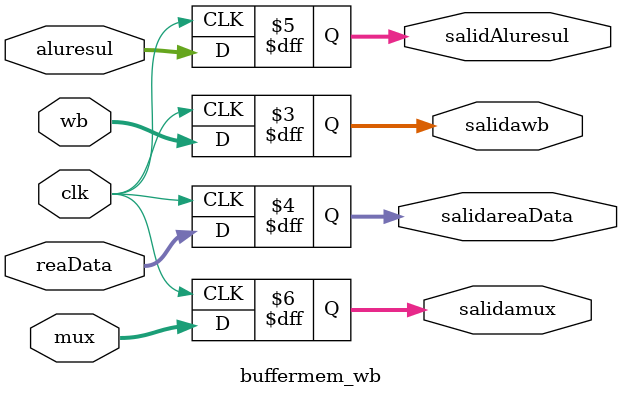
<source format=v>
`timescale 1ns/1ns // Tiempo
module buffermem_wb(
	input [31:0] reaData,
	input [31:0] aluresul,
	input [4:0] mux,
	input [1:0] wb,
	input clk,
	output reg [1:0]salidawb,
	output reg [31:0] salidareaData,
	output reg [31:0] salidAluresul,
	output reg [4:0] salidamux
);
// 2.- DEFINICIÓN DE REGISTROS Y CABLES
// 3.- CUERPO DEL MÓDULO, ASIGNACIONES
initial begin
	salidawb=0;
	salidareaData=0;
	salidAluresul=0;
	salidamux=0;
end
always @(posedge clk)
begin
	salidawb = wb;
	salidareaData = reaData;
	salidAluresul = aluresul;
	salidamux = mux;
end
endmodule
</source>
